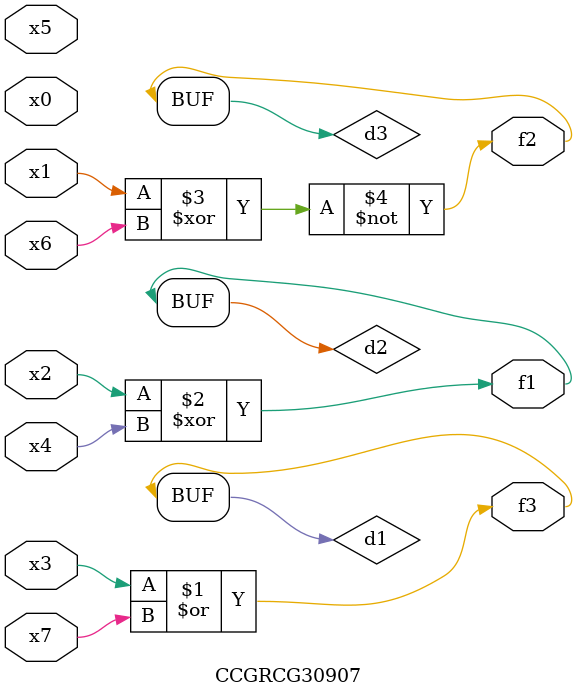
<source format=v>
module CCGRCG30907(
	input x0, x1, x2, x3, x4, x5, x6, x7,
	output f1, f2, f3
);

	wire d1, d2, d3;

	or (d1, x3, x7);
	xor (d2, x2, x4);
	xnor (d3, x1, x6);
	assign f1 = d2;
	assign f2 = d3;
	assign f3 = d1;
endmodule

</source>
